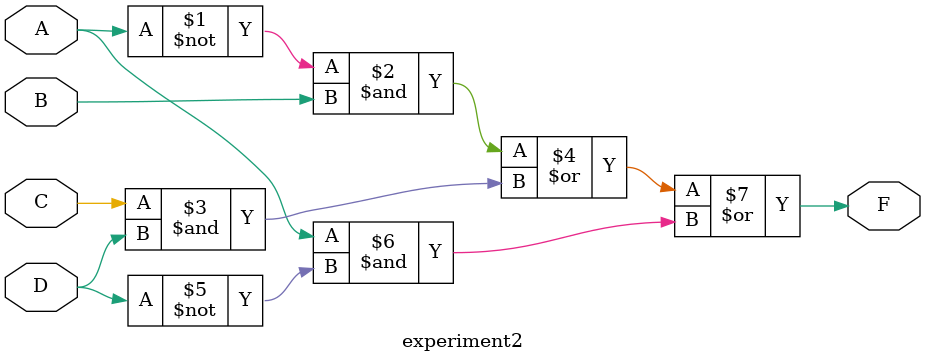
<source format=v>
module experiment2 (
    input  wire A,
    input  wire B,
    input  wire C,
    input  wire D,
    output wire F
);

assign F = (~A & B) | (C & D) | (A & ~D);

endmodule

</source>
